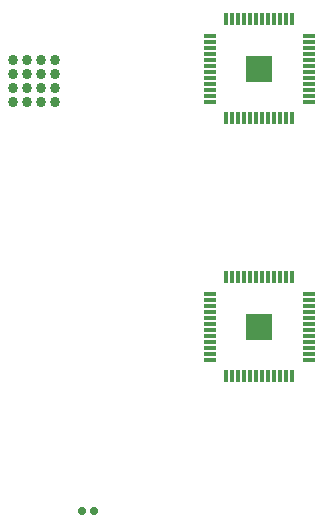
<source format=gbs>
G04 Layer_Color=16711935*
%FSLAX25Y25*%
%MOIN*%
G70*
G01*
G75*
%ADD214C,0.02769*%
%ADD225C,0.03398*%
%ADD226R,0.01600X0.04400*%
%ADD227R,0.04400X0.01600*%
%ADD228R,0.08674X0.08674*%
%ADD229C,0.03200*%
D214*
X1969Y-104500D02*
D03*
X-1969D02*
D03*
D225*
X-10913Y46087D02*
D03*
Y41362D02*
D03*
Y36638D02*
D03*
Y31913D02*
D03*
X-15638Y46087D02*
D03*
Y41362D02*
D03*
Y36638D02*
D03*
Y31913D02*
D03*
X-20362Y46087D02*
D03*
Y41362D02*
D03*
Y36638D02*
D03*
Y31913D02*
D03*
X-25087Y46087D02*
D03*
Y41362D02*
D03*
Y36638D02*
D03*
Y31913D02*
D03*
D226*
X46000Y26500D02*
D03*
X48000D02*
D03*
X50000D02*
D03*
X52000D02*
D03*
X54000D02*
D03*
X56000D02*
D03*
X58000D02*
D03*
X60000D02*
D03*
X62000D02*
D03*
X64000D02*
D03*
X66000D02*
D03*
X68000D02*
D03*
Y59500D02*
D03*
X66000D02*
D03*
X64000D02*
D03*
X62000D02*
D03*
X60000D02*
D03*
X58000D02*
D03*
X56000D02*
D03*
X54000D02*
D03*
X52000D02*
D03*
X50000D02*
D03*
X48000D02*
D03*
X46000D02*
D03*
X68000Y-26500D02*
D03*
X66000D02*
D03*
X64000D02*
D03*
X62000D02*
D03*
X60000D02*
D03*
X58000D02*
D03*
X56000D02*
D03*
X54000D02*
D03*
X52000D02*
D03*
X50000D02*
D03*
X48000D02*
D03*
X46000D02*
D03*
Y-59500D02*
D03*
X48000D02*
D03*
X50000D02*
D03*
X52000D02*
D03*
X54000D02*
D03*
X56000D02*
D03*
X58000D02*
D03*
X60000D02*
D03*
X62000D02*
D03*
X64000D02*
D03*
X66000D02*
D03*
X68000D02*
D03*
D227*
X73500Y32000D02*
D03*
Y34000D02*
D03*
Y36000D02*
D03*
Y38000D02*
D03*
Y40000D02*
D03*
Y42000D02*
D03*
Y44000D02*
D03*
Y46000D02*
D03*
Y48000D02*
D03*
Y50000D02*
D03*
Y52000D02*
D03*
Y54000D02*
D03*
X40500D02*
D03*
Y52000D02*
D03*
Y50000D02*
D03*
Y48000D02*
D03*
Y46000D02*
D03*
Y44000D02*
D03*
Y42000D02*
D03*
Y40000D02*
D03*
Y38000D02*
D03*
Y36000D02*
D03*
Y34000D02*
D03*
Y32000D02*
D03*
Y-32000D02*
D03*
Y-34000D02*
D03*
Y-36000D02*
D03*
Y-38000D02*
D03*
Y-40000D02*
D03*
Y-42000D02*
D03*
Y-44000D02*
D03*
Y-46000D02*
D03*
Y-48000D02*
D03*
Y-50000D02*
D03*
Y-52000D02*
D03*
Y-54000D02*
D03*
X73500D02*
D03*
Y-52000D02*
D03*
Y-50000D02*
D03*
Y-48000D02*
D03*
Y-46000D02*
D03*
Y-44000D02*
D03*
Y-42000D02*
D03*
Y-40000D02*
D03*
Y-38000D02*
D03*
Y-36000D02*
D03*
Y-34000D02*
D03*
Y-32000D02*
D03*
D228*
X57000Y43000D02*
D03*
Y-43000D02*
D03*
D229*
X55032Y41032D02*
D03*
X58969Y44969D02*
D03*
Y-41032D02*
D03*
X55032Y-44969D02*
D03*
M02*

</source>
